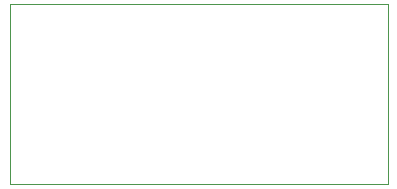
<source format=gbr>
%TF.GenerationSoftware,KiCad,Pcbnew,5.1.10-1.fc32*%
%TF.CreationDate,2021-08-01T16:38:55+02:00*%
%TF.ProjectId,lm324_therm_bar,6c6d3332-345f-4746-9865-726d5f626172,rev?*%
%TF.SameCoordinates,Original*%
%TF.FileFunction,Profile,NP*%
%FSLAX46Y46*%
G04 Gerber Fmt 4.6, Leading zero omitted, Abs format (unit mm)*
G04 Created by KiCad (PCBNEW 5.1.10-1.fc32) date 2021-08-01 16:38:55*
%MOMM*%
%LPD*%
G01*
G04 APERTURE LIST*
%TA.AperFunction,Profile*%
%ADD10C,0.050000*%
%TD*%
G04 APERTURE END LIST*
D10*
X87376000Y-55880000D02*
X55372000Y-55880000D01*
X87376000Y-40640000D02*
X87376000Y-55880000D01*
X55372000Y-40640000D02*
X87376000Y-40640000D01*
X55372000Y-55880000D02*
X55372000Y-40640000D01*
M02*

</source>
